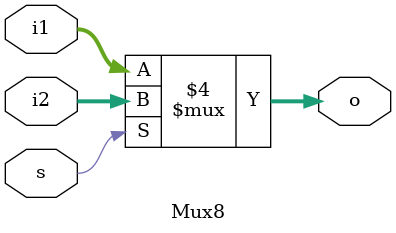
<source format=v>
module			Mux8 (o, i1, i2, s);

output	[7:0]	o;
input	[7:0]	i1;
input	[7:0]	i2;
input			s;
reg		[7:0]	o;

always@(i1 or i2 or s)
    begin
        if(s == 0)
            o = i1;
        else
            o = i2;
    end

endmodule

</source>
